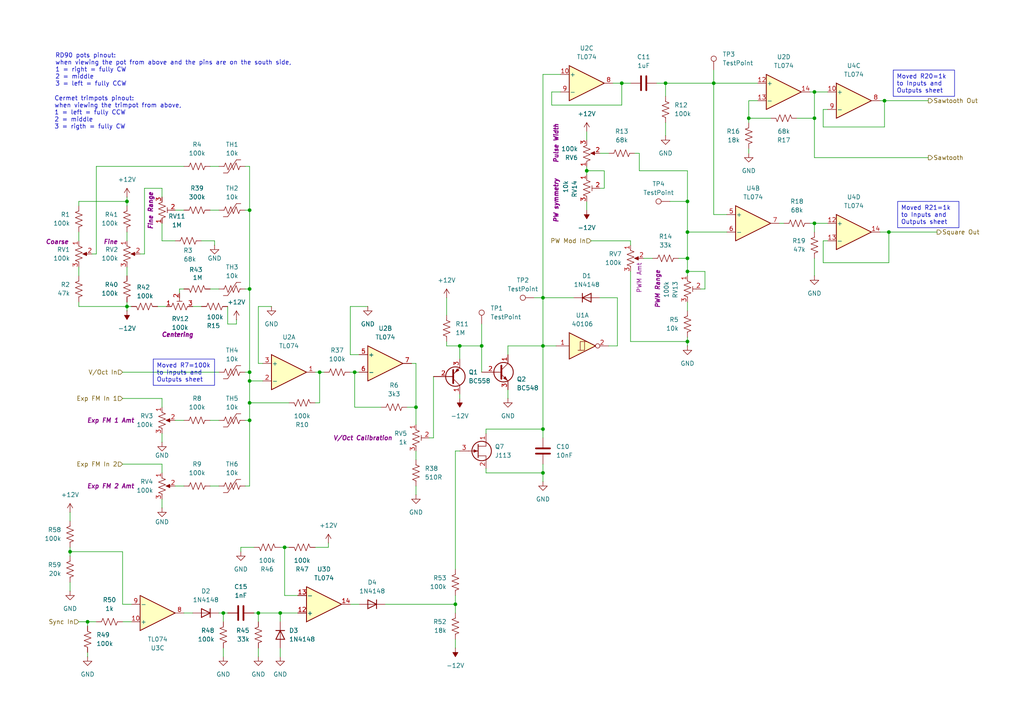
<source format=kicad_sch>
(kicad_sch (version 20231120) (generator "eeschema") (generator_version "8.0")
  (paper "A4")
  (title_block (company "DMH Instruments"))
  (junction (at 72.39 107.95))
  (junction (at 193.04 24.13))
  (junction (at 82.55 158.75))
  (junction (at 157.48 124.46))
  (junction (at 25.4 180.34))
  (junction (at 157.48 137.16))
  (junction (at 133.35 100.33))
  (junction (at 81.28 177.8))
  (junction (at 139.7 100.33))
  (junction (at 102.87 107.95))
  (junction (at 72.39 83.82))
  (junction (at 256.54 29.21))
  (junction (at 36.83 88.9))
  (junction (at 236.22 34.29))
  (junction (at 180.34 24.13))
  (junction (at 207.01 24.13))
  (junction (at 72.39 121.92))
  (junction (at 64.77 177.8))
  (junction (at 36.83 58.42))
  (junction (at 72.39 110.49))
  (junction (at 199.39 78.74))
  (junction (at 157.48 86.36))
  (junction (at 199.39 99.06))
  (junction (at 170.18 49.53))
  (junction (at 74.93 177.8))
  (junction (at 236.22 64.77))
  (junction (at 199.39 74.93))
  (junction (at 72.39 60.96))
  (junction (at 92.71 107.95))
  (junction (at 217.17 34.29))
  (junction (at 157.48 100.33))
  (junction (at 236.22 26.67))
  (junction (at 132.08 175.26))
  (junction (at 257.81 67.31))
  (junction (at 72.39 116.84))
  (junction (at 199.39 67.31))
  (junction (at 120.65 118.11))
  (junction (at 20.32 160.02))
  (junction (at 199.39 58.42))
  (wire (pts (xy 217.17 34.29) (xy 217.17 29.21)))
  (wire (pts (xy 92.71 107.95) (xy 92.71 116.84)))
  (wire (pts (xy 22.86 59.69) (xy 22.86 58.42)))
  (wire (pts (xy 180.34 24.13) (xy 182.88 24.13)))
  (wire (pts (xy 27.94 48.26) (xy 53.34 48.26)))
  (wire (pts (xy 236.22 74.93) (xy 236.22 80.01)))
  (wire (pts (xy 185.42 44.45) (xy 184.15 44.45)))
  (wire (pts (xy 179.07 86.36) (xy 173.99 86.36)))
  (wire (pts (xy 231.14 34.29) (xy 236.22 34.29)))
  (wire (pts (xy 60.96 60.96) (xy 63.5 60.96)))
  (wire (pts (xy 238.76 76.2) (xy 257.81 76.2)))
  (wire (pts (xy 207.01 24.13) (xy 219.71 24.13)))
  (wire (pts (xy 182.88 99.06) (xy 199.39 99.06)))
  (wire (pts (xy 64.77 180.34) (xy 64.77 177.8)))
  (wire (pts (xy 102.87 107.95) (xy 104.14 107.95)))
  (wire (pts (xy 74.93 105.41) (xy 74.93 88.9)))
  (wire (pts (xy 129.54 99.06) (xy 129.54 100.33)))
  (wire (pts (xy 226.06 64.77) (xy 227.33 64.77)))
  (wire (pts (xy 193.04 35.56) (xy 193.04 39.37)))
  (wire (pts (xy 36.83 88.9) (xy 38.1 88.9)))
  (wire (pts (xy 182.88 69.85) (xy 182.88 71.12)))
  (wire (pts (xy 175.26 54.61) (xy 175.26 49.53)))
  (wire (pts (xy 125.73 109.22) (xy 125.73 127)))
  (wire (pts (xy 25.4 189.23) (xy 25.4 190.5)))
  (wire (pts (xy 256.54 29.21) (xy 269.24 29.21)))
  (wire (pts (xy 81.28 187.96) (xy 81.28 190.5)))
  (wire (pts (xy 36.83 67.31) (xy 36.83 69.85)))
  (wire (pts (xy 207.01 20.32) (xy 207.01 24.13)))
  (wire (pts (xy 72.39 48.26) (xy 72.39 60.96)))
  (wire (pts (xy 86.36 172.72) (xy 82.55 172.72)))
  (wire (pts (xy 193.04 24.13) (xy 207.01 24.13)))
  (wire (pts (xy 66.04 88.9) (xy 66.04 93.98)))
  (wire (pts (xy 82.55 172.72) (xy 82.55 158.75)))
  (wire (pts (xy 157.48 100.33) (xy 157.48 124.46)))
  (wire (pts (xy 240.03 69.85) (xy 238.76 69.85)))
  (wire (pts (xy 255.27 67.31) (xy 257.81 67.31)))
  (wire (pts (xy 22.86 77.47) (xy 22.86 80.01)))
  (wire (pts (xy 81.28 158.75) (xy 82.55 158.75)))
  (wire (pts (xy 157.48 100.33) (xy 161.29 100.33)))
  (wire (pts (xy 52.07 85.09) (xy 52.07 83.82)))
  (wire (pts (xy 217.17 43.18) (xy 217.17 44.45)))
  (wire (pts (xy 74.93 177.8) (xy 74.93 180.34)))
  (wire (pts (xy 72.39 60.96) (xy 72.39 83.82)))
  (wire (pts (xy 177.8 24.13) (xy 180.34 24.13)))
  (wire (pts (xy 91.44 116.84) (xy 92.71 116.84)))
  (wire (pts (xy 55.88 88.9) (xy 58.42 88.9)))
  (wire (pts (xy 157.48 86.36) (xy 157.48 100.33)))
  (wire (pts (xy 41.91 54.61) (xy 46.99 54.61)))
  (wire (pts (xy 139.7 93.98) (xy 139.7 100.33)))
  (wire (pts (xy 22.86 88.9) (xy 36.83 88.9)))
  (wire (pts (xy 91.44 107.95) (xy 92.71 107.95)))
  (wire (pts (xy 217.17 34.29) (xy 217.17 35.56)))
  (wire (pts (xy 255.27 29.21) (xy 256.54 29.21)))
  (wire (pts (xy 101.6 88.9) (xy 106.68 88.9)))
  (wire (pts (xy 236.22 64.77) (xy 236.22 67.31)))
  (wire (pts (xy 71.12 140.97) (xy 72.39 140.97)))
  (wire (pts (xy 68.58 93.98) (xy 68.58 92.71)))
  (wire (pts (xy 236.22 34.29) (xy 236.22 45.72)))
  (wire (pts (xy 256.54 36.83) (xy 238.76 36.83)))
  (wire (pts (xy 170.18 49.53) (xy 175.26 49.53)))
  (wire (pts (xy 234.95 26.67) (xy 236.22 26.67)))
  (wire (pts (xy 22.86 180.34) (xy 25.4 180.34)))
  (wire (pts (xy 36.83 87.63) (xy 36.83 88.9)))
  (wire (pts (xy 72.39 116.84) (xy 72.39 121.92)))
  (wire (pts (xy 147.32 102.87) (xy 147.32 100.33)))
  (wire (pts (xy 238.76 31.75) (xy 240.03 31.75)))
  (wire (pts (xy 160.02 30.48) (xy 180.34 30.48)))
  (wire (pts (xy 36.83 58.42) (xy 36.83 59.69)))
  (wire (pts (xy 73.66 177.8) (xy 74.93 177.8)))
  (wire (pts (xy 72.39 116.84) (xy 83.82 116.84)))
  (wire (pts (xy 92.71 107.95) (xy 93.98 107.95)))
  (wire (pts (xy 46.99 64.77) (xy 46.99 69.85)))
  (wire (pts (xy 35.56 175.26) (xy 35.56 160.02)))
  (wire (pts (xy 238.76 69.85) (xy 238.76 76.2)))
  (wire (pts (xy 38.1 175.26) (xy 35.56 175.26)))
  (wire (pts (xy 72.39 110.49) (xy 76.2 110.49)))
  (wire (pts (xy 25.4 180.34) (xy 27.94 180.34)))
  (wire (pts (xy 81.28 177.8) (xy 74.93 177.8)))
  (wire (pts (xy 157.48 134.62) (xy 157.48 137.16)))
  (wire (pts (xy 256.54 29.21) (xy 256.54 36.83)))
  (wire (pts (xy 157.48 124.46) (xy 157.48 127)))
  (wire (pts (xy 132.08 130.81) (xy 132.08 165.1)))
  (wire (pts (xy 35.56 107.95) (xy 63.5 107.95)))
  (wire (pts (xy 180.34 30.48) (xy 180.34 24.13)))
  (wire (pts (xy 199.39 78.74) (xy 199.39 80.01)))
  (wire (pts (xy 162.56 21.59) (xy 157.48 21.59)))
  (wire (pts (xy 36.83 77.47) (xy 36.83 80.01)))
  (wire (pts (xy 25.4 180.34) (xy 25.4 181.61)))
  (wire (pts (xy 46.99 115.57) (xy 46.99 118.11)))
  (wire (pts (xy 72.39 83.82) (xy 72.39 107.95)))
  (wire (pts (xy 176.53 100.33) (xy 179.07 100.33)))
  (wire (pts (xy 185.42 49.53) (xy 185.42 44.45)))
  (wire (pts (xy 20.32 160.02) (xy 35.56 160.02)))
  (wire (pts (xy 170.18 58.42) (xy 170.18 60.96)))
  (wire (pts (xy 182.88 78.74) (xy 182.88 99.06)))
  (wire (pts (xy 101.6 107.95) (xy 102.87 107.95)))
  (wire (pts (xy 101.6 175.26) (xy 104.14 175.26)))
  (wire (pts (xy 46.99 125.73) (xy 46.99 128.27)))
  (wire (pts (xy 132.08 130.81) (xy 133.35 130.81)))
  (wire (pts (xy 140.97 125.73) (xy 140.97 124.46)))
  (wire (pts (xy 133.35 100.33) (xy 133.35 104.14)))
  (wire (pts (xy 71.12 60.96) (xy 72.39 60.96)))
  (wire (pts (xy 190.5 24.13) (xy 193.04 24.13)))
  (wire (pts (xy 170.18 38.1) (xy 170.18 40.64)))
  (wire (pts (xy 52.07 83.82) (xy 53.34 83.82)))
  (wire (pts (xy 199.39 74.93) (xy 199.39 78.74)))
  (wire (pts (xy 160.02 26.67) (xy 160.02 30.48)))
  (wire (pts (xy 219.71 29.21) (xy 217.17 29.21)))
  (wire (pts (xy 81.28 177.8) (xy 86.36 177.8)))
  (wire (pts (xy 74.93 187.96) (xy 74.93 190.5)))
  (wire (pts (xy 120.65 105.41) (xy 119.38 105.41)))
  (wire (pts (xy 129.54 86.36) (xy 129.54 91.44)))
  (wire (pts (xy 53.34 177.8) (xy 55.88 177.8)))
  (wire (pts (xy 62.23 69.85) (xy 62.23 71.12)))
  (wire (pts (xy 120.65 130.81) (xy 120.65 133.35)))
  (wire (pts (xy 199.39 58.42) (xy 199.39 67.31)))
  (wire (pts (xy 204.47 78.74) (xy 199.39 78.74)))
  (wire (pts (xy 236.22 64.77) (xy 240.03 64.77)))
  (wire (pts (xy 72.39 121.92) (xy 72.39 140.97)))
  (wire (pts (xy 26.67 73.66) (xy 27.94 73.66)))
  (wire (pts (xy 257.81 67.31) (xy 257.81 76.2)))
  (wire (pts (xy 193.04 24.13) (xy 193.04 27.94)))
  (wire (pts (xy 140.97 124.46) (xy 157.48 124.46)))
  (wire (pts (xy 234.95 64.77) (xy 236.22 64.77)))
  (wire (pts (xy 194.31 58.42) (xy 199.39 58.42)))
  (wire (pts (xy 74.93 105.41) (xy 76.2 105.41)))
  (wire (pts (xy 73.66 158.75) (xy 69.85 158.75)))
  (wire (pts (xy 20.32 148.59) (xy 20.32 151.13)))
  (wire (pts (xy 102.87 118.11) (xy 102.87 107.95)))
  (wire (pts (xy 140.97 137.16) (xy 157.48 137.16)))
  (wire (pts (xy 186.69 74.93) (xy 189.23 74.93)))
  (wire (pts (xy 133.35 100.33) (xy 139.7 100.33)))
  (wire (pts (xy 166.37 86.36) (xy 157.48 86.36)))
  (wire (pts (xy 204.47 83.82) (xy 204.47 78.74)))
  (wire (pts (xy 72.39 110.49) (xy 72.39 116.84)))
  (wire (pts (xy 162.56 26.67) (xy 160.02 26.67)))
  (wire (pts (xy 64.77 187.96) (xy 64.77 190.5)))
  (wire (pts (xy 72.39 107.95) (xy 72.39 110.49)))
  (wire (pts (xy 185.42 49.53) (xy 199.39 49.53)))
  (wire (pts (xy 20.32 158.75) (xy 20.32 160.02)))
  (wire (pts (xy 139.7 100.33) (xy 139.7 107.95)))
  (wire (pts (xy 22.86 87.63) (xy 22.86 88.9)))
  (wire (pts (xy 60.96 83.82) (xy 63.5 83.82)))
  (wire (pts (xy 199.39 97.79) (xy 199.39 99.06)))
  (wire (pts (xy 203.2 83.82) (xy 204.47 83.82)))
  (wire (pts (xy 60.96 48.26) (xy 63.5 48.26)))
  (wire (pts (xy 46.99 144.78) (xy 46.99 147.32)))
  (wire (pts (xy 50.8 60.96) (xy 53.34 60.96)))
  (wire (pts (xy 133.35 100.33) (xy 129.54 100.33)))
  (wire (pts (xy 63.5 177.8) (xy 64.77 177.8)))
  (wire (pts (xy 120.65 140.97) (xy 120.65 143.51)))
  (wire (pts (xy 71.12 121.92) (xy 72.39 121.92)))
  (wire (pts (xy 120.65 118.11) (xy 120.65 123.19)))
  (wire (pts (xy 154.94 86.36) (xy 157.48 86.36)))
  (wire (pts (xy 170.18 49.53) (xy 170.18 50.8)))
  (wire (pts (xy 132.08 185.42) (xy 132.08 187.96)))
  (wire (pts (xy 74.93 88.9) (xy 78.74 88.9)))
  (wire (pts (xy 36.83 57.15) (xy 36.83 58.42)))
  (wire (pts (xy 173.99 44.45) (xy 176.53 44.45)))
  (wire (pts (xy 46.99 134.62) (xy 46.99 137.16)))
  (wire (pts (xy 71.12 83.82) (xy 72.39 83.82)))
  (wire (pts (xy 238.76 36.83) (xy 238.76 31.75)))
  (wire (pts (xy 41.91 54.61) (xy 41.91 73.66)))
  (wire (pts (xy 118.11 118.11) (xy 120.65 118.11)))
  (wire (pts (xy 83.82 158.75) (xy 82.55 158.75)))
  (wire (pts (xy 257.81 67.31) (xy 271.78 67.31)))
  (wire (pts (xy 110.49 118.11) (xy 102.87 118.11)))
  (wire (pts (xy 125.73 127) (xy 124.46 127)))
  (wire (pts (xy 236.22 45.72) (xy 269.24 45.72)))
  (wire (pts (xy 140.97 135.89) (xy 140.97 137.16)))
  (wire (pts (xy 199.39 49.53) (xy 199.39 58.42)))
  (wire (pts (xy 236.22 26.67) (xy 240.03 26.67)))
  (wire (pts (xy 20.32 168.91) (xy 20.32 171.45)))
  (wire (pts (xy 71.12 48.26) (xy 72.39 48.26)))
  (wire (pts (xy 132.08 175.26) (xy 132.08 177.8)))
  (wire (pts (xy 95.25 157.48) (xy 95.25 158.75)))
  (wire (pts (xy 147.32 100.33) (xy 157.48 100.33)))
  (wire (pts (xy 207.01 62.23) (xy 210.82 62.23)))
  (wire (pts (xy 22.86 58.42) (xy 36.83 58.42)))
  (wire (pts (xy 50.8 140.97) (xy 53.34 140.97)))
  (wire (pts (xy 40.64 73.66) (xy 41.91 73.66)))
  (wire (pts (xy 58.42 69.85) (xy 62.23 69.85)))
  (wire (pts (xy 147.32 113.03) (xy 147.32 115.57)))
  (wire (pts (xy 27.94 73.66) (xy 27.94 48.26)))
  (wire (pts (xy 64.77 177.8) (xy 66.04 177.8)))
  (wire (pts (xy 104.14 102.87) (xy 101.6 102.87)))
  (wire (pts (xy 111.76 175.26) (xy 132.08 175.26)))
  (wire (pts (xy 35.56 180.34) (xy 38.1 180.34)))
  (wire (pts (xy 46.99 54.61) (xy 46.99 57.15)))
  (wire (pts (xy 50.8 121.92) (xy 53.34 121.92)))
  (wire (pts (xy 196.85 74.93) (xy 199.39 74.93)))
  (wire (pts (xy 81.28 180.34) (xy 81.28 177.8)))
  (wire (pts (xy 199.39 87.63) (xy 199.39 90.17)))
  (wire (pts (xy 35.56 134.62) (xy 46.99 134.62)))
  (wire (pts (xy 120.65 105.41) (xy 120.65 118.11)))
  (wire (pts (xy 199.39 67.31) (xy 210.82 67.31)))
  (wire (pts (xy 179.07 100.33) (xy 179.07 86.36)))
  (wire (pts (xy 132.08 172.72) (xy 132.08 175.26)))
  (wire (pts (xy 46.99 69.85) (xy 50.8 69.85)))
  (wire (pts (xy 207.01 24.13) (xy 207.01 62.23)))
  (wire (pts (xy 69.85 158.75) (xy 69.85 160.02)))
  (wire (pts (xy 157.48 21.59) (xy 157.48 86.36)))
  (wire (pts (xy 133.35 114.3) (xy 133.35 115.57)))
  (wire (pts (xy 170.18 48.26) (xy 170.18 49.53)))
  (wire (pts (xy 91.44 158.75) (xy 95.25 158.75)))
  (wire (pts (xy 101.6 102.87) (xy 101.6 88.9)))
  (wire (pts (xy 22.86 67.31) (xy 22.86 69.85)))
  (wire (pts (xy 60.96 140.97) (xy 63.5 140.97)))
  (wire (pts (xy 20.32 160.02) (xy 20.32 161.29)))
  (wire (pts (xy 66.04 93.98) (xy 68.58 93.98)))
  (wire (pts (xy 157.48 137.16) (xy 157.48 139.7)))
  (wire (pts (xy 171.45 69.85) (xy 182.88 69.85)))
  (wire (pts (xy 199.39 67.31) (xy 199.39 74.93)))
  (wire (pts (xy 236.22 34.29) (xy 236.22 26.67)))
  (wire (pts (xy 60.96 121.92) (xy 63.5 121.92)))
  (wire (pts (xy 36.83 88.9) (xy 36.83 90.17)))
  (wire (pts (xy 173.99 54.61) (xy 175.26 54.61)))
  (wire (pts (xy 45.72 88.9) (xy 48.26 88.9)))
  (wire (pts (xy 199.39 99.06) (xy 199.39 100.33)))
  (wire (pts (xy 35.56 115.57) (xy 46.99 115.57)))
  (wire (pts (xy 223.52 34.29) (xy 217.17 34.29)))
  (wire (pts (xy 71.12 107.95) (xy 72.39 107.95)))
  (text_box "Moved R7=100k to Inputs and Outputs sheet" (at 44.45 104.14 0) (size 17.78 7.62) (effects (font (size 1.27 1.27)) (justify left)))
  (text_box "Moved R20=1k to Inputs and Outputs sheet" (at 259.08 20.32 0) (size 17.78 7.62) (effects (font (size 1.27 1.27)) (justify left)))
  (text_box "Moved R21=1k to Inputs and Outputs sheet" (at 260.35 58.42 0) (size 17.78 7.62) (effects (font (size 1.27 1.27)) (justify left)))
  (text "Cermet trimpots pinout:\nwhen viewing the trimpot from above,\n1 = left = fully CCW\n2 = middle\n3 = rigth = fully CW" (at 15.748 32.766 0) (effects (font (size 1.27 1.27)) (justify left)))
  (text "RD90 pots pinout:\nwhen viewing the pot from above and the pins are on the south side,\n1 = right = fully CW\n2 = middle\n3 = left = fully CCW" (at 16.002 20.32 0) (effects (font (size 1.27 1.27)) (justify left)))
  (hierarchical_label "Sawtooth" (shape output) (at 269.24 45.72 0))
  (hierarchical_label "Exp FM In 1" (shape input) (at 35.56 115.57 180))
  (hierarchical_label "Sawtooth Out" (shape output) (at 269.24 29.21 0))
  (hierarchical_label "PW Mod In" (shape input) (at 171.45 69.85 180))
  (hierarchical_label "Sync In" (shape input) (at 22.86 180.34 180))
  (hierarchical_label "V{slash}Oct In" (shape input) (at 35.56 107.95 180))
  (hierarchical_label "Square Out" (shape output) (at 271.78 67.31 0))
  (hierarchical_label "Exp FM In 2" (shape input) (at 35.56 134.62 180))
  (symbol (lib_id "Device:R_Potentiometer_Trim_US") (at 46.99 60.96 0) (mirror x) (unit 1)
    (property "Reference" "RV11" (at 51.308 62.738 0))
    (property "Value" "1M" (at 51.308 65.278 0))
    (property "Footprint" "Potentiometer_THT:Potentiometer_Bourns_3296W_Vertical" (effects (hide yes)))
    (property "Function" "Fine Range" (at 43.688 60.96 90) (effects (font (bold yes) (italic yes))))
  )
  (symbol (lib_id "Device:R_US") (at 77.47 158.75 90) (mirror x) (unit 1)
    (property "Reference" "R46" (at 77.47 165.1 90))
    (property "Value" "100k" (at 77.47 162.56 90))
    (property "Footprint" "Resistor_THT:R_Axial_DIN0207_L6.3mm_D2.5mm_P7.62mm_Horizontal" (effects (hide yes)))
    (property "Description" "Resistor, US symbol" (effects (hide yes)))
  )
  (symbol (lib_id "power:+12V") (at 170.18 38.1 0) (unit 1)
    (property "Reference" "#PWR026" (effects (hide yes)))
    (property "Value" "+12V" (at 170.18 33.02 0))
    (property "Description" "Power symbol creates a global label with name \"+12V\"" (effects (hide yes)))
  )
  (symbol (lib_id "Transistor_FET:MMBFJ113") (at 138.43 130.81 0) (unit 1)
    (property "Reference" "Q7" (at 143.51 129.5399 0) (effects (justify left)))
    (property "Value" "J113" (at 143.51 132.0799 0) (effects (justify left)))
    (property "Footprint" "Package_TO_SOT_THT:TO-92_Inline" (effects (hide yes)))
    (property "Datasheet" "https://www.onsemi.com/pub/Collateral/MMBFJ113-D.PDF" (effects (hide yes)))
    (property "Description" "2mA min, 35V, 100mOhm max, 0.5-3V Vgs(off), N-Channel JFET, SOT-23" (effects (hide yes)))
  )
  (symbol (lib_id "power:GND") (at 147.32 115.57 0) (unit 1)
    (property "Reference" "#PWR022" (effects (hide yes)))
    (property "Value" "GND" (at 147.32 120.65 0))
    (property "Description" "Power symbol creates a global label with name \"GND\" , ground" (effects (hide yes)))
  )
  (symbol (lib_id "Connector:TestPoint") (at 207.01 20.32 0) (unit 1) (in_bom no) (on_board no)
    (property "Reference" "TP3" (at 209.55 15.7479 0) (effects (justify left)))
    (property "Value" "TestPoint" (at 209.55 18.2879 0) (effects (justify left)))
    (property "Footprint" "TestPoint:TestPoint_THTPad_2.0x2.0mm_Drill1.0mm" (effects (hide yes)))
    (property "Description" "test point" (effects (hide yes)))
  )
  (symbol (lib_id "power:GND") (at 64.77 190.5 0) (unit 1)
    (property "Reference" "#PWR048" (effects (hide yes)))
    (property "Value" "GND" (at 64.77 195.58 0))
    (property "Description" "Power symbol creates a global label with name \"GND\" , ground" (effects (hide yes)))
  )
  (symbol (lib_id "Device:R_US") (at 20.32 154.94 0) (mirror y) (unit 1)
    (property "Reference" "R58" (at 17.78 153.6699 0) (effects (justify left)))
    (property "Value" "100k" (at 17.78 156.2099 0) (effects (justify left)))
    (property "Footprint" "Resistor_THT:R_Axial_DIN0207_L6.3mm_D2.5mm_P7.62mm_Horizontal" (effects (hide yes)))
    (property "Description" "Resistor, US symbol" (effects (hide yes)))
  )
  (symbol (lib_id "power:+12V") (at 68.58 92.71 0) (unit 1)
    (property "Reference" "#PWR02" (effects (hide yes)))
    (property "Value" "+12V" (at 68.58 87.63 0))
    (property "Description" "Power symbol creates a global label with name \"+12V\"" (effects (hide yes)))
  )
  (symbol (lib_id "power:-12V") (at 133.35 115.57 180) (unit 1)
    (property "Reference" "#PWR021" (effects (hide yes)))
    (property "Value" "-12V" (at 133.35 120.65 0))
    (property "Description" "Power symbol creates a global label with name \"-12V\"" (effects (hide yes)))
  )
  (symbol (lib_id "Device:R_US") (at 57.15 121.92 90) (unit 1)
    (property "Reference" "R8" (at 57.15 115.57 90))
    (property "Value" "100k" (at 57.15 118.11 90))
    (property "Footprint" "Resistor_THT:R_Axial_DIN0207_L6.3mm_D2.5mm_P7.62mm_Horizontal" (effects (hide yes)))
    (property "Description" "Resistor, US symbol" (effects (hide yes)))
  )
  (symbol (lib_id "power:GND") (at 199.39 100.33 0) (unit 1)
    (property "Reference" "#PWR027" (effects (hide yes)))
    (property "Value" "GND" (at 199.39 105.41 0))
    (property "Description" "Power symbol creates a global label with name \"GND\" , ground" (effects (hide yes)))
  )
  (symbol (lib_id "Amplifier_Operational:TL074") (at 227.33 26.67 0) (unit 4)
    (property "Reference" "U2" (at 227.33 16.51 0))
    (property "Value" "TL074" (at 227.33 19.05 0))
    (property "Footprint" "Package_DIP:DIP-14_W7.62mm_Socket" (effects (hide yes)))
    (property "Datasheet" "http://www.ti.com/lit/ds/symlink/tl071.pdf" (effects (hide yes)))
    (property "Description" "Quad Low-Noise JFET-Input Operational Amplifiers, DIP-14/SOIC-14" (effects (hide yes)))
  )
  (symbol (lib_id "power:GND") (at 157.48 139.7 0) (unit 1)
    (property "Reference" "#PWR023" (effects (hide yes)))
    (property "Value" "GND" (at 157.48 144.78 0))
    (property "Description" "Power symbol creates a global label with name \"GND\" , ground" (effects (hide yes)))
  )
  (symbol (lib_id "power:GND") (at 78.74 88.9 0) (unit 1)
    (property "Reference" "#PWR041" (effects (hide yes)))
    (property "Value" "GND" (at 78.74 93.98 0))
    (property "Description" "Power symbol creates a global label with name \"GND\" , ground" (effects (hide yes)))
  )
  (symbol (lib_id "Device:R_US") (at 20.32 165.1 0) (mirror y) (unit 1)
    (property "Reference" "R59" (at 17.78 163.8299 0) (effects (justify left)))
    (property "Value" "20k" (at 17.78 166.3699 0) (effects (justify left)))
    (property "Footprint" "Resistor_THT:R_Axial_DIN0207_L6.3mm_D2.5mm_P7.62mm_Horizontal" (effects (hide yes)))
    (property "Description" "Resistor, US symbol" (effects (hide yes)))
  )
  (symbol (lib_id "Device:R_Potentiometer_Trim_US") (at 170.18 54.61 0) (unit 1)
    (property "Reference" "RV14" (at 166.624 52.324 90) (effects (justify right)))
    (property "Value" "10k" (at 164.084 52.324 90) (effects (justify right)))
    (property "Footprint" "Potentiometer_THT:Potentiometer_Bourns_3296W_Vertical" (effects (hide yes)))
    (property "Description" "Trim-potentiometer, US symbol" (effects (hide yes)))
    (property "Function" "PW symmetry" (at 161.29 58.166 90) (effects (font (bold yes) (italic yes))))
  )
  (symbol (lib_id "Device:R_US") (at 41.91 88.9 270) (mirror x) (unit 1)
    (property "Reference" "R42" (at 39.624 83.312 90) (effects (justify left)))
    (property "Value" "100k" (at 39.624 85.852 90) (effects (justify left)))
    (property "Footprint" "Resistor_THT:R_Axial_DIN0207_L6.3mm_D2.5mm_P7.62mm_Horizontal" (effects (hide yes)))
    (property "Description" "Resistor, US symbol" (effects (hide yes)))
  )
  (symbol (lib_id "Device:R_US") (at 54.61 69.85 270) (unit 1)
    (property "Reference" "R3" (at 55.88 72.644 90) (effects (justify right)))
    (property "Value" "68k" (at 56.896 75.184 90) (effects (justify right)))
    (property "Footprint" "Resistor_THT:R_Axial_DIN0207_L6.3mm_D2.5mm_P7.62mm_Horizontal" (effects (hide yes)))
    (property "Description" "Resistor, US symbol" (effects (hide yes)))
  )
  (symbol (lib_id "Device:R_US") (at 236.22 71.12 0) (mirror y) (unit 1)
    (property "Reference" "R19" (at 233.68 69.8499 0) (effects (justify left)))
    (property "Value" "47k" (at 233.68 72.3899 0) (effects (justify left)))
    (property "Footprint" "Resistor_THT:R_Axial_DIN0207_L6.3mm_D2.5mm_P7.62mm_Horizontal" (effects (hide yes)))
    (property "Description" "Resistor, US symbol" (effects (hide yes)))
  )
  (symbol (lib_id "Diode:1N4148") (at 170.18 86.36 0) (unit 1)
    (property "Reference" "D1" (at 170.18 80.01 0))
    (property "Value" "1N4148" (at 170.18 82.55 0))
    (property "Footprint" "Diode_THT:D_DO-35_SOD27_P7.62mm_Horizontal" (effects (hide yes)))
    (property "Datasheet" "https://assets.nexperia.com/documents/data-sheet/1N4148_1N4448.pdf" (effects (hide yes)))
    (property "Description" "100V 0.15A standard switching diode, DO-35" (effects (hide yes)))
    (property "Sim.Device" "D" (effects (hide yes)))
    (property "Sim.Pins" "1=K 2=A" (effects (hide yes)))
  )
  (symbol (lib_id "Device:R_US") (at 199.39 93.98 0) (mirror y) (unit 1)
    (property "Reference" "R5" (at 196.85 92.7099 0) (effects (justify left)))
    (property "Value" "10k" (at 196.85 95.2499 0) (effects (justify left)))
    (property "Footprint" "Resistor_THT:R_Axial_DIN0207_L6.3mm_D2.5mm_P7.62mm_Horizontal" (effects (hide yes)))
    (property "Description" "Resistor, US symbol" (effects (hide yes)))
  )
  (symbol (lib_id "4xxx:40106") (at 168.91 100.33 0) (unit 1)
    (property "Reference" "U1" (at 168.91 91.44 0))
    (property "Value" "40106" (at 168.91 93.98 0))
    (property "Footprint" "Package_DIP:DIP-14_W7.62mm_Socket" (effects (hide yes)))
    (property "Datasheet" "https://assets.nexperia.com/documents/data-sheet/HEF40106B.pdf" (effects (hide yes)))
    (property "Description" "Hex Schmitt trigger inverter" (effects (hide yes)))
  )
  (symbol (lib_id "Amplifier_Operational:TL074") (at 170.18 24.13 0) (unit 3)
    (property "Reference" "U2" (at 170.18 13.97 0))
    (property "Value" "TL074" (at 170.18 16.51 0))
    (property "Footprint" "Package_DIP:DIP-14_W7.62mm_Socket" (effects (hide yes)))
    (property "Datasheet" "http://www.ti.com/lit/ds/symlink/tl071.pdf" (effects (hide yes)))
    (property "Description" "Quad Low-Noise JFET-Input Operational Amplifiers, DIP-14/SOIC-14" (effects (hide yes)))
  )
  (symbol (lib_id "Device:R_US") (at 57.15 60.96 90) (unit 1)
    (property "Reference" "R39" (at 57.15 54.61 90))
    (property "Value" "300k" (at 57.15 57.15 90))
    (property "Footprint" "Resistor_THT:R_Axial_DIN0207_L6.3mm_D2.5mm_P7.62mm_Horizontal" (effects (hide yes)))
    (property "Description" "Resistor, US symbol" (effects (hide yes)))
  )
  (symbol (lib_id "power:GND") (at 217.17 44.45 0) (unit 1)
    (property "Reference" "#PWR028" (effects (hide yes)))
    (property "Value" "GND" (at 217.17 49.53 0))
    (property "Description" "Power symbol creates a global label with name \"GND\" , ground" (effects (hide yes)))
  )
  (symbol (lib_id "Transistor_BJT:BC558") (at 130.81 109.22 0) (mirror x) (unit 1)
    (property "Reference" "Q1" (at 135.89 107.9499 0) (effects (justify left)))
    (property "Value" "BC558" (at 135.89 110.4899 0) (effects (justify left)))
    (property "Footprint" "Package_TO_SOT_THT:TO-92_Inline_Wide" (effects (hide yes)))
    (property "Datasheet" "https://www.onsemi.com/pub/Collateral/BC556BTA-D.pdf" (effects (hide yes)))
    (property "Description" "0.1A Ic, 30V Vce, PNP Small Signal Transistor, TO-92" (effects (hide yes)))
  )
  (symbol (lib_id "Device:Thermistor_US") (at 67.31 83.82 90) (unit 1)
    (property "Reference" "TH3" (at 67.31 77.47 90))
    (property "Value" "10k" (at 67.31 80.01 90))
    (property "Footprint" "Resistor_THT:R_Axial_DIN0204_L3.6mm_D1.6mm_P5.08mm_Horizontal" (effects (hide yes)))
    (property "Description" "Thermistor, temperature dependent resistor, US symbol" (effects (hide yes)))
  )
  (symbol (lib_id "power:GND") (at 74.93 190.5 0) (unit 1)
    (property "Reference" "#PWR044" (effects (hide yes)))
    (property "Value" "GND" (at 74.93 195.58 0))
    (property "Description" "Power symbol creates a global label with name \"GND\" , ground" (effects (hide yes)))
  )
  (symbol (lib_id "Amplifier_Operational:TL074") (at 45.72 177.8 0) (mirror x) (unit 3)
    (property "Reference" "U3" (at 45.72 187.96 0))
    (property "Value" "TL074" (at 45.72 185.42 0))
    (property "Footprint" "Package_DIP:DIP-14_W7.62mm_Socket" (effects (hide yes)))
    (property "Datasheet" "http://www.ti.com/lit/ds/symlink/tl071.pdf" (effects (hide yes)))
    (property "Description" "Quad Low-Noise JFET-Input Operational Amplifiers, DIP-14/SOIC-14" (effects (hide yes)))
  )
  (symbol (lib_id "power:+12V") (at 129.54 86.36 0) (unit 1)
    (property "Reference" "#PWR020" (effects (hide yes)))
    (property "Value" "+12V" (at 129.54 81.28 0))
    (property "Description" "Power symbol creates a global label with name \"+12V\"" (effects (hide yes)))
  )
  (symbol (lib_id "power:GND") (at 106.68 88.9 0) (unit 1)
    (property "Reference" "#PWR042" (effects (hide yes)))
    (property "Value" "GND" (at 106.68 93.98 0))
    (property "Description" "Power symbol creates a global label with name \"GND\" , ground" (effects (hide yes)))
  )
  (symbol (lib_id "Device:R_US") (at 180.34 44.45 270) (unit 1)
    (property "Reference" "R13" (at 180.34 38.1 90))
    (property "Value" "68k" (at 180.34 40.64 90))
    (property "Footprint" "Resistor_THT:R_Axial_DIN0207_L6.3mm_D2.5mm_P7.62mm_Horizontal" (effects (hide yes)))
    (property "Description" "Resistor, US symbol" (effects (hide yes)))
  )
  (symbol (lib_id "Amplifier_Operational:TL074") (at 247.65 29.21 0) (unit 3)
    (property "Reference" "U4" (at 247.65 19.05 0))
    (property "Value" "TL074" (at 247.65 21.59 0))
    (property "Footprint" "Package_DIP:DIP-14_W7.62mm_Socket" (effects (hide yes)))
    (property "Datasheet" "http://www.ti.com/lit/ds/symlink/tl071.pdf" (effects (hide yes)))
    (property "Description" "Quad Low-Noise JFET-Input Operational Amplifiers, DIP-14/SOIC-14" (effects (hide yes)))
  )
  (symbol (lib_id "power:GND") (at 193.04 39.37 0) (unit 1)
    (property "Reference" "#PWR024" (effects (hide yes)))
    (property "Value" "GND" (at 193.04 44.45 0))
    (property "Description" "Power symbol creates a global label with name \"GND\" , ground" (effects (hide yes)))
  )
  (symbol (lib_id "Device:R_US") (at 193.04 31.75 180) (unit 1)
    (property "Reference" "R12" (at 195.58 30.4799 0) (effects (justify right)))
    (property "Value" "100k" (at 195.58 33.0199 0) (effects (justify right)))
    (property "Footprint" "Resistor_THT:R_Axial_DIN0207_L6.3mm_D2.5mm_P7.62mm_Horizontal" (effects (hide yes)))
    (property "Description" "Resistor, US symbol" (effects (hide yes)))
  )
  (symbol (lib_id "Device:R_US") (at 132.08 168.91 0) (mirror y) (unit 1)
    (property "Reference" "R53" (at 129.54 167.6399 0) (effects (justify left)))
    (property "Value" "100k" (at 129.54 170.1799 0) (effects (justify left)))
    (property "Footprint" "Resistor_THT:R_Axial_DIN0207_L6.3mm_D2.5mm_P7.62mm_Horizontal" (effects (hide yes)))
    (property "Description" "Resistor, US symbol" (effects (hide yes)))
  )
  (symbol (lib_id "Device:R_US") (at 114.3 118.11 90) (unit 1)
    (property "Reference" "R6" (at 114.3 111.76 90))
    (property "Value" "3k3" (at 114.3 114.3 90))
    (property "Footprint" "Resistor_THT:R_Axial_DIN0207_L6.3mm_D2.5mm_P7.62mm_Horizontal" (effects (hide yes)))
    (property "Description" "Resistor, US symbol" (effects (hide yes)))
  )
  (symbol (lib_id "Amplifier_Operational:TL074") (at 93.98 175.26 0) (mirror x) (unit 4)
    (property "Reference" "U3" (at 93.98 165.1 0))
    (property "Value" "TL074" (at 93.98 167.64 0))
    (property "Footprint" "Package_DIP:DIP-14_W7.62mm_Socket" (effects (hide yes)))
    (property "Datasheet" "http://www.ti.com/lit/ds/symlink/tl071.pdf" (effects (hide yes)))
    (property "Description" "Quad Low-Noise JFET-Input Operational Amplifiers, DIP-14/SOIC-14" (effects (hide yes)))
  )
  (symbol (lib_id "power:+12V") (at 36.83 57.15 0) (unit 1)
    (property "Reference" "#PWR03" (effects (hide yes)))
    (property "Value" "+12V" (at 36.83 52.07 0))
    (property "Description" "Power symbol creates a global label with name \"+12V\"" (effects (hide yes)))
  )
  (symbol (lib_id "power:-12V") (at 170.18 60.96 180) (unit 1)
    (property "Reference" "#PWR025" (effects (hide yes)))
    (property "Value" "-12V" (at 170.18 66.04 0))
    (property "Description" "Power symbol creates a global label with name \"-12V\"" (effects (hide yes)))
  )
  (symbol (lib_id "Device:Thermistor_US") (at 67.31 48.26 90) (unit 1)
    (property "Reference" "TH1" (at 67.31 41.91 90))
    (property "Value" "10k" (at 67.31 44.45 90))
    (property "Footprint" "Resistor_THT:R_Axial_DIN0204_L3.6mm_D1.6mm_P5.08mm_Horizontal" (effects (hide yes)))
    (property "Description" "Thermistor, temperature dependent resistor, US symbol" (effects (hide yes)))
  )
  (symbol (lib_id "Device:Thermistor_US") (at 67.31 121.92 90) (unit 1)
    (property "Reference" "TH5" (at 67.31 115.57 90))
    (property "Value" "10k" (at 67.31 118.11 90))
    (property "Footprint" "Resistor_THT:R_Axial_DIN0204_L3.6mm_D1.6mm_P5.08mm_Horizontal" (effects (hide yes)))
    (property "Description" "Thermistor, temperature dependent resistor, US symbol" (effects (hide yes)))
  )
  (symbol (lib_id "Device:R_Potentiometer_US") (at 46.99 121.92 0) (unit 1)
    (property "Reference" "RV3" (at 44.45 120.6499 0) (effects (justify right)))
    (property "Value" "100k" (at 44.45 123.1899 0) (effects (justify right)))
    (property "Footprint" "Potentiometer_THT:Potentiometer_Alpha_RD901F-40-00D_Single_Vertical" (effects (hide yes)))
    (property "Function" "Exp FM 1 Amt" (at 32.004 121.92 0) (effects (font (bold yes) (italic yes))))
  )
  (symbol (lib_id "Device:R_Potentiometer_US") (at 170.18 44.45 0) (mirror x) (unit 1)
    (property "Reference" "RV6" (at 167.64 45.7201 0) (effects (justify right)))
    (property "Value" "100k" (at 167.64 43.1801 0) (effects (justify right)))
    (property "Footprint" "Potentiometer_THT:Potentiometer_Alpha_RD901F-40-00D_Single_Vertical" (effects (hide yes)))
    (property "Function" "Pulse Width" (at 161.29 41.402 90) (effects (font (bold yes) (italic yes))))
  )
  (symbol (lib_id "Device:R_Potentiometer_Trim_US") (at 120.65 127 0) (unit 1)
    (property "Reference" "RV5" (at 118.11 125.7299 0) (effects (justify right)))
    (property "Value" "1k" (at 118.11 128.2699 0) (effects (justify right)))
    (property "Footprint" "Potentiometer_THT:Potentiometer_Bourns_3296W_Vertical" (effects (hide yes)))
    (property "Function" "V/Oct Calibration" (at 105.156 127 0) (effects (font (bold yes) (italic yes))))
  )
  (symbol (lib_id "Device:R_US") (at 57.15 140.97 90) (unit 1)
    (property "Reference" "R9" (at 57.15 134.62 90))
    (property "Value" "100k" (at 57.15 137.16 90))
    (property "Footprint" "Resistor_THT:R_Axial_DIN0207_L6.3mm_D2.5mm_P7.62mm_Horizontal" (effects (hide yes)))
    (property "Description" "Resistor, US symbol" (effects (hide yes)))
  )
  (symbol (lib_id "power:GND") (at 20.32 171.45 0) (unit 1)
    (property "Reference" "#PWR043" (effects (hide yes)))
    (property "Value" "GND" (at 20.32 176.53 0))
    (property "Description" "Power symbol creates a global label with name \"GND\" , ground" (effects (hide yes)))
  )
  (symbol (lib_id "Device:C") (at 186.69 24.13 90) (unit 1)
    (property "Reference" "C11" (at 186.69 16.51 90))
    (property "Value" "1uF" (at 186.69 19.05 90))
    (property "Footprint" "Capacitor_THT:C_Disc_D4.3mm_W1.9mm_P5.00mm" (effects (hide yes)))
    (property "Description" "Unpolarized capacitor" (effects (hide yes)))
  )
  (symbol (lib_id "Device:R_US") (at 74.93 184.15 0) (mirror y) (unit 1)
    (property "Reference" "R45" (at 72.39 182.8799 0) (effects (justify left)))
    (property "Value" "33k" (at 72.39 185.4199 0) (effects (justify left)))
    (property "Footprint" "Resistor_THT:R_Axial_DIN0207_L6.3mm_D2.5mm_P7.62mm_Horizontal" (effects (hide yes)))
    (property "Description" "Resistor, US symbol" (effects (hide yes)))
  )
  (symbol (lib_id "Device:R_US") (at 227.33 34.29 270) (mirror x) (unit 1)
    (property "Reference" "R17" (at 227.33 40.64 90))
    (property "Value" "68k" (at 227.33 38.1 90))
    (property "Footprint" "Resistor_THT:R_Axial_DIN0207_L6.3mm_D2.5mm_P7.62mm_Horizontal" (effects (hide yes)))
    (property "Description" "Resistor, US symbol" (effects (hide yes)))
  )
  (symbol (lib_id "Device:R_US") (at 87.63 116.84 90) (mirror x) (unit 1)
    (property "Reference" "R10" (at 87.63 123.19 90))
    (property "Value" "100k" (at 87.63 120.65 90))
    (property "Footprint" "Resistor_THT:R_Axial_DIN0207_L6.3mm_D2.5mm_P7.62mm_Horizontal" (effects (hide yes)))
    (property "Description" "Resistor, US symbol" (effects (hide yes)))
  )
  (symbol (lib_id "Connector:TestPoint") (at 139.7 93.98 0) (unit 1) (in_bom no) (on_board no)
    (property "Reference" "TP1" (at 142.24 89.4079 0) (effects (justify left)))
    (property "Value" "TestPoint" (at 142.24 91.9479 0) (effects (justify left)))
    (property "Footprint" "TestPoint:TestPoint_THTPad_2.0x2.0mm_Drill1.0mm" (effects (hide yes)))
    (property "Description" "test point" (effects (hide yes)))
  )
  (symbol (lib_id "Device:R_US") (at 129.54 95.25 180) (unit 1)
    (property "Reference" "R11" (at 132.08 93.9799 0) (effects (justify right)))
    (property "Value" "1M" (at 132.08 96.5199 0) (effects (justify right)))
    (property "Footprint" "Resistor_THT:R_Axial_DIN0207_L6.3mm_D2.5mm_P7.62mm_Horizontal" (effects (hide yes)))
    (property "Description" "Resistor, US symbol" (effects (hide yes)))
  )
  (symbol (lib_id "Device:R_Potentiometer_Trim_US") (at 199.39 83.82 0) (unit 1)
    (property "Reference" "RV13" (at 195.834 81.534 90) (effects (justify right)))
    (property "Value" "100k" (at 193.294 81.534 90) (effects (justify right)))
    (property "Footprint" "Potentiometer_THT:Potentiometer_Bourns_3296W_Vertical" (effects (hide yes)))
    (property "Description" "Trim-potentiometer, US symbol" (effects (hide yes)))
    (property "Function" "PWM Range" (at 190.754 83.82 90) (effects (font (bold yes) (italic yes))))
  )
  (symbol (lib_id "Device:R_US") (at 22.86 83.82 0) (mirror x) (unit 1)
    (property "Reference" "R2" (at 20.32 82.5499 0) (effects (justify right)))
    (property "Value" "47k" (at 20.32 85.0899 0) (effects (justify right)))
    (property "Footprint" "Resistor_THT:R_Axial_DIN0207_L6.3mm_D2.5mm_P7.62mm_Horizontal" (effects (hide yes)))
    (property "Description" "Resistor, US symbol" (effects (hide yes)))
  )
  (symbol (lib_id "Device:R_US") (at 132.08 181.61 0) (mirror y) (unit 1)
    (property "Reference" "R52" (at 129.54 180.3399 0) (effects (justify left)))
    (property "Value" "18k" (at 129.54 182.8799 0) (effects (justify left)))
    (property "Footprint" "Resistor_THT:R_Axial_DIN0207_L6.3mm_D2.5mm_P7.62mm_Horizontal" (effects (hide yes)))
    (property "Description" "Resistor, US symbol" (effects (hide yes)))
  )
  (symbol (lib_id "power:GND") (at 46.99 147.32 0) (unit 1)
    (property "Reference" "#PWR040" (effects (hide yes)))
    (property "Value" "GND" (at 46.99 151.384 0))
    (property "Description" "Power symbol creates a global label with name \"GND\" , ground" (effects (hide yes)))
  )
  (symbol (lib_id "power:-12V") (at 132.08 187.96 180) (unit 1)
    (property "Reference" "#PWR051" (effects (hide yes)))
    (property "Value" "-12V" (at 132.08 193.04 0))
    (property "Description" "Power symbol creates a global label with name \"-12V\"" (effects (hide yes)))
  )
  (symbol (lib_id "Device:R_US") (at 36.83 83.82 0) (mirror y) (unit 1)
    (property "Reference" "R40" (at 34.29 82.5499 0) (effects (justify left)))
    (property "Value" "100k" (at 34.29 85.0899 0) (effects (justify left)))
    (property "Footprint" "Resistor_THT:R_Axial_DIN0207_L6.3mm_D2.5mm_P7.62mm_Horizontal" (effects (hide yes)))
    (property "Description" "Resistor, US symbol" (effects (hide yes)))
  )
  (symbol (lib_id "Device:R_US") (at 217.17 39.37 0) (mirror x) (unit 1)
    (property "Reference" "R16" (at 214.63 38.0999 0) (effects (justify right)))
    (property "Value" "18k" (at 214.63 40.6399 0) (effects (justify right)))
    (property "Footprint" "Resistor_THT:R_Axial_DIN0207_L6.3mm_D2.5mm_P7.62mm_Horizontal" (effects (hide yes)))
    (property "Description" "Resistor, US symbol" (effects (hide yes)))
  )
  (symbol (lib_id "Device:R_US") (at 193.04 74.93 270) (unit 1)
    (property "Reference" "R14" (at 193.04 68.58 90))
    (property "Value" "33k" (at 193.04 71.12 90))
    (property "Footprint" "Resistor_THT:R_Axial_DIN0207_L6.3mm_D2.5mm_P7.62mm_Horizontal" (effects (hide yes)))
    (property "Description" "Resistor, US symbol" (effects (hide yes)))
  )
  (symbol (lib_id "power:GND") (at 81.28 190.5 0) (unit 1)
    (property "Reference" "#PWR045" (effects (hide yes)))
    (property "Value" "GND" (at 81.28 195.58 0))
    (property "Description" "Power symbol creates a global label with name \"GND\" , ground" (effects (hide yes)))
  )
  (symbol (lib_id "Device:R_Potentiometer_US") (at 36.83 73.66 0) (unit 1)
    (property "Reference" "RV2" (at 34.29 72.3899 0) (effects (justify right)))
    (property "Value" "100k" (at 34.29 74.9299 0) (effects (justify right)))
    (property "Footprint" "Potentiometer_THT:Potentiometer_Alpha_RD901F-40-00D_Single_Vertical" (effects (hide yes)))
    (property "Function" "Fine" (at 32.004 70.104 0) (effects (font (bold yes) (italic yes))))
  )
  (symbol (lib_id "Device:R_US") (at 62.23 88.9 270) (unit 1)
    (property "Reference" "R15" (at 59.944 94.488 90) (effects (justify left)))
    (property "Value" "100k" (at 59.944 91.948 90) (effects (justify left)))
    (property "Footprint" "Resistor_THT:R_Axial_DIN0207_L6.3mm_D2.5mm_P7.62mm_Horizontal" (effects (hide yes)))
    (property "Description" "Resistor, US symbol" (effects (hide yes)))
  )
  (symbol (lib_id "Device:C") (at 157.48 130.81 0) (unit 1)
    (property "Reference" "C10" (at 161.29 129.5399 0) (effects (justify left)))
    (property "Value" "10nF" (at 161.29 132.0799 0) (effects (justify left)))
    (property "Footprint" "Capacitor_THT:C_Disc_D3.0mm_W2.0mm_P2.50mm" (effects (hide yes)))
    (property "Description" "Unpolarized capacitor" (effects (hide yes)))
  )
  (symbol (lib_id "Diode:1N4148") (at 59.69 177.8 180) (unit 1)
    (property "Reference" "D2" (at 59.69 171.45 0))
    (property "Value" "1N4148" (at 59.69 173.99 0))
    (property "Footprint" "Diode_THT:D_DO-35_SOD27_P7.62mm_Horizontal" (effects (hide yes)))
    (property "Datasheet" "https://assets.nexperia.com/documents/data-sheet/1N4148_1N4448.pdf" (effects (hide yes)))
    (property "Description" "100V 0.15A standard switching diode, DO-35" (effects (hide yes)))
    (property "Sim.Device" "D" (effects (hide yes)))
    (property "Sim.Pins" "1=K 2=A" (effects (hide yes)))
  )
  (symbol (lib_id "power:+12V") (at 95.25 157.48 0) (unit 1)
    (property "Reference" "#PWR047" (effects (hide yes)))
    (property "Value" "+12V" (at 95.25 152.4 0))
    (property "Description" "Power symbol creates a global label with name \"+12V\"" (effects (hide yes)))
  )
  (symbol (lib_id "Device:R_Potentiometer_US") (at 182.88 74.93 0) (unit 1)
    (property "Reference" "RV7" (at 180.34 73.6599 0) (effects (justify right)))
    (property "Value" "100k" (at 180.34 76.1999 0) (effects (justify right)))
    (property "Footprint" "Potentiometer_THT:Potentiometer_Alpha_RD901F-40-00D_Single_Vertical" (effects (hide yes)))
    (property "Description" "PWM Amt" (at 185.42 80.518 90))
  )
  (symbol (lib_id "Device:R_US") (at 64.77 184.15 0) (mirror y) (unit 1)
    (property "Reference" "R48" (at 62.23 182.8799 0) (effects (justify left)))
    (property "Value" "100k" (at 62.23 185.4199 0) (effects (justify left)))
    (property "Footprint" "Resistor_THT:R_Axial_DIN0207_L6.3mm_D2.5mm_P7.62mm_Horizontal" (effects (hide yes)))
    (property "Description" "Resistor, US symbol" (effects (hide yes)))
  )
  (symbol (lib_id "Device:Thermistor_US") (at 67.31 140.97 90) (unit 1)
    (property "Reference" "TH6" (at 67.31 134.62 90))
    (property "Value" "10k" (at 67.31 137.16 90))
    (property "Footprint" "Resistor_THT:R_Axial_DIN0204_L3.6mm_D1.6mm_P5.08mm_Horizontal" (effects (hide yes)))
    (property "Description" "Thermistor, temperature dependent resistor, US symbol" (effects (hide yes)))
  )
  (symbol (lib_id "power:GND") (at 69.85 160.02 0) (unit 1)
    (property "Reference" "#PWR046" (effects (hide yes)))
    (property "Value" "GND" (at 69.85 165.1 0))
    (property "Description" "Power symbol creates a global label with name \"GND\" , ground" (effects (hide yes)))
  )
  (symbol (lib_id "Connector:TestPoint") (at 194.31 58.42 90) (unit 1) (in_bom no) (on_board no)
    (property "Reference" "TP4" (at 191.008 53.34 90))
    (property "Value" "TestPoint" (at 191.008 55.88 90))
    (property "Footprint" "TestPoint:TestPoint_THTPad_2.0x2.0mm_Drill1.0mm" (effects (hide yes)))
    (property "Description" "test point" (effects (hide yes)))
  )
  (symbol (lib_id "Device:R_US") (at 57.15 48.26 90) (unit 1)
    (property "Reference" "R4" (at 57.15 41.91 90))
    (property "Value" "100k" (at 57.15 44.45 90))
    (property "Footprint" "Resistor_THT:R_Axial_DIN0207_L6.3mm_D2.5mm_P7.62mm_Horizontal" (effects (hide yes)))
    (property "Description" "Resistor, US symbol" (effects (hide yes)))
  )
  (symbol (lib_id "Device:R_US") (at 31.75 180.34 270) (unit 1)
    (property "Reference" "R50" (at 31.75 173.99 90))
    (property "Value" "1k" (at 31.75 176.53 90))
    (property "Footprint" "Resistor_THT:R_Axial_DIN0207_L6.3mm_D2.5mm_P7.62mm_Horizontal" (effects (hide yes)))
    (property "Description" "Resistor, US symbol" (effects (hide yes)))
  )
  (symbol (lib_id "Amplifier_Operational:TL074") (at 111.76 105.41 0) (unit 2)
    (property "Reference" "U2" (at 111.76 95.25 0))
    (property "Value" "TL074" (at 111.76 97.79 0))
    (property "Footprint" "Package_DIP:DIP-14_W7.62mm_Socket" (effects (hide yes)))
    (property "Datasheet" "http://www.ti.com/lit/ds/symlink/tl071.pdf" (effects (hide yes)))
    (property "Description" "Quad Low-Noise JFET-Input Operational Amplifiers, DIP-14/SOIC-14" (effects (hide yes)))
  )
  (symbol (lib_id "Device:R_Potentiometer_Trim_US") (at 52.07 88.9 90) (unit 1)
    (property "Reference" "RV12" (at 49.784 92.456 90) (effects (justify right)))
    (property "Value" "100k" (at 49.784 94.996 90) (effects (justify right)))
    (property "Footprint" "Potentiometer_THT:Potentiometer_Bourns_3296W_Vertical" (effects (hide yes)))
    (property "Description" "Trim-potentiometer, US symbol" (effects (hide yes)))
    (property "Function" "Centering" (at 51.562 97.028 90) (effects (font (bold yes) (italic yes))))
  )
  (symbol (lib_id "Connector:TestPoint") (at 154.94 86.36 90) (unit 1) (in_bom no) (on_board no)
    (property "Reference" "TP2" (at 151.638 81.28 90))
    (property "Value" "TestPoint" (at 151.638 83.82 90))
    (property "Footprint" "TestPoint:TestPoint_THTPad_2.0x2.0mm_Drill1.0mm" (effects (hide yes)))
    (property "Description" "test point" (effects (hide yes)))
  )
  (symbol (lib_id "Diode:1N4148") (at 81.28 184.15 270) (unit 1)
    (property "Reference" "D3" (at 83.82 182.8799 90) (effects (justify left)))
    (property "Value" "1N4148" (at 83.82 185.4199 90) (effects (justify left)))
    (property "Footprint" "Diode_THT:D_DO-35_SOD27_P7.62mm_Horizontal" (effects (hide yes)))
    (property "Datasheet" "https://assets.nexperia.com/documents/data-sheet/1N4148_1N4448.pdf" (effects (hide yes)))
    (property "Description" "100V 0.15A standard switching diode, DO-35" (effects (hide yes)))
    (property "Sim.Device" "D" (effects (hide yes)))
    (property "Sim.Pins" "1=K 2=A" (effects (hide yes)))
  )
  (symbol (lib_id "Amplifier_Operational:TL074") (at 83.82 107.95 0) (unit 1)
    (property "Reference" "U2" (at 83.82 97.79 0))
    (property "Value" "TL074" (at 83.82 100.33 0))
    (property "Footprint" "Package_DIP:DIP-14_W7.62mm_Socket" (effects (hide yes)))
    (property "Datasheet" "http://www.ti.com/lit/ds/symlink/tl071.pdf" (effects (hide yes)))
    (property "Description" "Quad Low-Noise JFET-Input Operational Amplifiers, DIP-14/SOIC-14" (effects (hide yes)))
  )
  (symbol (lib_id "power:GND") (at 62.23 71.12 0) (unit 1)
    (property "Reference" "#PWR01" (effects (hide yes)))
    (property "Value" "GND" (at 62.23 74.93 0))
    (property "Description" "Power symbol creates a global label with name \"GND\" , ground" (effects (hide yes)))
  )
  (symbol (lib_id "Device:R_Potentiometer_US") (at 22.86 73.66 0) (unit 1)
    (property "Reference" "RV1" (at 20.32 72.3899 0) (effects (justify right)))
    (property "Value" "100k" (at 20.32 74.9299 0) (effects (justify right)))
    (property "Footprint" "Potentiometer_THT:Potentiometer_Alpha_RD901F-40-00D_Single_Vertical" (effects (hide yes)))
    (property "Function" "Coarse" (at 16.51 70.104 0) (effects (font (bold yes) (italic yes))))
  )
  (symbol (lib_id "Diode:1N4148") (at 107.95 175.26 180) (unit 1)
    (property "Reference" "D4" (at 107.95 168.91 0))
    (property "Value" "1N4148" (at 107.95 171.45 0))
    (property "Footprint" "Diode_THT:D_DO-35_SOD27_P7.62mm_Horizontal" (effects (hide yes)))
    (property "Datasheet" "https://assets.nexperia.com/documents/data-sheet/1N4148_1N4448.pdf" (effects (hide yes)))
    (property "Description" "100V 0.15A standard switching diode, DO-35" (effects (hide yes)))
    (property "Sim.Device" "D" (effects (hide yes)))
    (property "Sim.Pins" "1=K 2=A" (effects (hide yes)))
  )
  (symbol (lib_id "Device:R_Potentiometer_US") (at 46.99 140.97 0) (unit 1)
    (property "Reference" "RV4" (at 44.45 139.6999 0) (effects (justify right)))
    (property "Value" "100k" (at 44.45 142.2399 0) (effects (justify right)))
    (property "Footprint" "Potentiometer_THT:Potentiometer_Alpha_RD901F-40-00D_Single_Vertical" (effects (hide yes)))
    (property "Function" "Exp FM 2 Amt" (at 32.004 140.97 0) (effects (font (bold yes) (italic yes))))
  )
  (symbol (lib_id "Device:R_US") (at 120.65 137.16 0) (unit 1)
    (property "Reference" "R38" (at 123.19 135.8899 0) (effects (justify left)))
    (property "Value" "510R" (at 123.19 138.4299 0) (effects (justify left)))
    (property "Footprint" "Resistor_THT:R_Axial_DIN0207_L6.3mm_D2.5mm_P7.62mm_Horizontal" (effects (hide yes)))
    (property "Description" "Resistor, US symbol" (effects (hide yes)))
  )
  (symbol (lib_id "Transistor_BJT:BC548") (at 144.78 107.95 0) (unit 1)
    (property "Reference" "Q2" (at 149.86 109.982 0) (effects (justify left)))
    (property "Value" "BC548" (at 149.86 112.522 0) (effects (justify left)))
    (property "Footprint" "Package_TO_SOT_THT:TO-92_Inline_Wide" (effects (hide yes)))
    (property "Datasheet" "https://www.onsemi.com/pub/Collateral/BC550-D.pdf" (effects (hide yes)))
    (property "Description" "0.1A Ic, 30V Vce, Small Signal NPN Transistor, TO-92" (effects (hide yes)))
  )
  (symbol (lib_id "Amplifier_Operational:TL074") (at 247.65 67.31 0) (unit 4)
    (property "Reference" "U4" (at 247.65 57.15 0))
    (property "Value" "TL074" (at 247.65 59.69 0))
    (property "Footprint" "Package_DIP:DIP-14_W7.62mm_Socket" (effects (hide yes)))
    (property "Datasheet" "http://www.ti.com/lit/ds/symlink/tl071.pdf" (effects (hide yes)))
    (property "Description" "Quad Low-Noise JFET-Input Operational Amplifiers, DIP-14/SOIC-14" (effects (hide yes)))
  )
  (symbol (lib_id "power:GND") (at 25.4 190.5 0) (unit 1)
    (property "Reference" "#PWR049" (effects (hide yes)))
    (property "Value" "GND" (at 25.4 195.58 0))
    (property "Description" "Power symbol creates a global label with name \"GND\" , ground" (effects (hide yes)))
  )
  (symbol (lib_id "Device:R_US") (at 36.83 63.5 0) (mirror y) (unit 1)
    (property "Reference" "R41" (at 34.29 62.2299 0) (effects (justify left)))
    (property "Value" "100k" (at 34.29 64.7699 0) (effects (justify left)))
    (property "Footprint" "Resistor_THT:R_Axial_DIN0207_L6.3mm_D2.5mm_P7.62mm_Horizontal" (effects (hide yes)))
    (property "Description" "Resistor, US symbol" (effects (hide yes)))
  )
  (symbol (lib_id "Amplifier_Operational:TL074") (at 218.44 64.77 0) (unit 2)
    (property "Reference" "U4" (at 218.44 54.61 0))
    (property "Value" "TL074" (at 218.44 57.15 0))
    (property "Footprint" "Package_DIP:DIP-14_W7.62mm_Socket" (effects (hide yes)))
    (property "Datasheet" "http://www.ti.com/lit/ds/symlink/tl071.pdf" (effects (hide yes)))
    (property "Description" "Quad Low-Noise JFET-Input Operational Amplifiers, DIP-14/SOIC-14" (effects (hide yes)))
  )
  (symbol (lib_id "power:-12V") (at 36.83 90.17 180) (unit 1)
    (property "Reference" "#PWR04" (effects (hide yes)))
    (property "Value" "-12V" (at 36.83 95.25 0))
    (property "Description" "Power symbol creates a global label with name \"-12V\"" (effects (hide yes)))
  )
  (symbol (lib_id "Device:Thermistor_US") (at 67.31 107.95 90) (unit 1)
    (property "Reference" "TH4" (at 67.31 101.6 90))
    (property "Value" "10k" (at 67.31 104.14 90))
    (property "Footprint" "Resistor_THT:R_Axial_DIN0204_L3.6mm_D1.6mm_P5.08mm_Horizontal" (effects (hide yes)))
    (property "Description" "Thermistor, temperature dependent resistor, US symbol" (effects (hide yes)))
  )
  (symbol (lib_id "Device:R_US") (at 87.63 158.75 90) (mirror x) (unit 1)
    (property "Reference" "R47" (at 87.63 165.1 90))
    (property "Value" "100k" (at 87.63 162.56 90))
    (property "Footprint" "Resistor_THT:R_Axial_DIN0207_L6.3mm_D2.5mm_P7.62mm_Horizontal" (effects (hide yes)))
    (property "Description" "Resistor, US symbol" (effects (hide yes)))
  )
  (symbol (lib_id "Device:R_US") (at 22.86 63.5 0) (mirror x) (unit 1)
    (property "Reference" "R1" (at 20.32 62.2299 0) (effects (justify right)))
    (property "Value" "100k" (at 20.32 64.7699 0) (effects (justify right)))
    (property "Footprint" "Resistor_THT:R_Axial_DIN0207_L6.3mm_D2.5mm_P7.62mm_Horizontal" (effects (hide yes)))
    (property "Description" "Resistor, US symbol" (effects (hide yes)))
  )
  (symbol (lib_id "Device:R_US") (at 97.79 107.95 90) (unit 1)
    (property "Reference" "R37" (at 97.79 101.6 90))
    (property "Value" "100k" (at 97.79 104.14 90))
    (property "Footprint" "Resistor_THT:R_Axial_DIN0207_L6.3mm_D2.5mm_P7.62mm_Horizontal" (effects (hide yes)))
    (property "Description" "Resistor, US symbol" (effects (hide yes)))
  )
  (symbol (lib_id "power:GND") (at 120.65 143.51 0) (unit 1)
    (property "Reference" "#PWR019" (effects (hide yes)))
    (property "Value" "GND" (at 120.65 148.59 0))
    (property "Description" "Power symbol creates a global label with name \"GND\" , ground" (effects (hide yes)))
  )
  (symbol (lib_id "power:GND") (at 46.99 128.27 0) (unit 1)
    (property "Reference" "#PWR033" (effects (hide yes)))
    (property "Value" "GND" (at 46.99 132.08 0))
    (property "Description" "Power symbol creates a global label with name \"GND\" , ground" (effects (hide yes)))
  )
  (symbol (lib_id "power:GND") (at 236.22 80.01 0) (unit 1)
    (property "Reference" "#PWR029" (effects (hide yes)))
    (property "Value" "GND" (at 236.22 85.09 0))
    (property "Description" "Power symbol creates a global label with name \"GND\" , ground" (effects (hide yes)))
  )
  (symbol (lib_id "Device:C") (at 69.85 177.8 90) (unit 1)
    (property "Reference" "C15" (at 69.85 170.18 90))
    (property "Value" "1nF" (at 69.85 172.72 90))
    (property "Footprint" "Capacitor_THT:C_Disc_D3.0mm_W2.0mm_P2.50mm" (effects (hide yes)))
    (property "Description" "Unpolarized capacitor" (effects (hide yes)))
  )
  (symbol (lib_id "Device:Thermistor_US") (at 67.31 60.96 90) (unit 1)
    (property "Reference" "TH2" (at 67.31 54.61 90))
    (property "Value" "10k" (at 67.31 57.15 90))
    (property "Footprint" "Resistor_THT:R_Axial_DIN0204_L3.6mm_D1.6mm_P5.08mm_Horizontal" (effects (hide yes)))
    (property "Description" "Thermistor, temperature dependent resistor, US symbol" (effects (hide yes)))
  )
  (symbol (lib_id "Device:R_US") (at 57.15 83.82 270) (mirror x) (unit 1)
    (property "Reference" "R43" (at 54.864 78.232 90) (effects (justify left)))
    (property "Value" "1M" (at 55.88 80.518 90) (effects (justify left)))
    (property "Footprint" "Resistor_THT:R_Axial_DIN0207_L6.3mm_D2.5mm_P7.62mm_Horizontal" (effects (hide yes)))
    (property "Description" "Resistor, US symbol" (effects (hide yes)))
  )
  (symbol (lib_id "power:+12V") (at 20.32 148.59 0) (unit 1)
    (property "Reference" "#PWR057" (effects (hide yes)))
    (property "Value" "+12V" (at 20.32 143.51 0))
    (property "Description" "Power symbol creates a global label with name \"+12V\"" (effects (hide yes)))
  )
  (symbol (lib_id "Device:R_US") (at 231.14 64.77 270) (unit 1)
    (property "Reference" "R18" (at 231.14 58.42 90))
    (property "Value" "68k" (at 231.14 60.96 90))
    (property "Footprint" "Resistor_THT:R_Axial_DIN0207_L6.3mm_D2.5mm_P7.62mm_Horizontal" (effects (hide yes)))
    (property "Description" "Resistor, US symbol" (effects (hide yes)))
  )
  (symbol (lib_id "Device:R_US") (at 25.4 185.42 180) (unit 1)
    (property "Reference" "R49" (at 27.94 184.1499 0) (effects (justify right)))
    (property "Value" "100k" (at 27.94 186.6899 0) (effects (justify right)))
    (property "Footprint" "Resistor_THT:R_Axial_DIN0207_L6.3mm_D2.5mm_P7.62mm_Horizontal" (effects (hide yes)))
    (property "Description" "Resistor, US symbol" (effects (hide yes)))
  )
)
</source>
